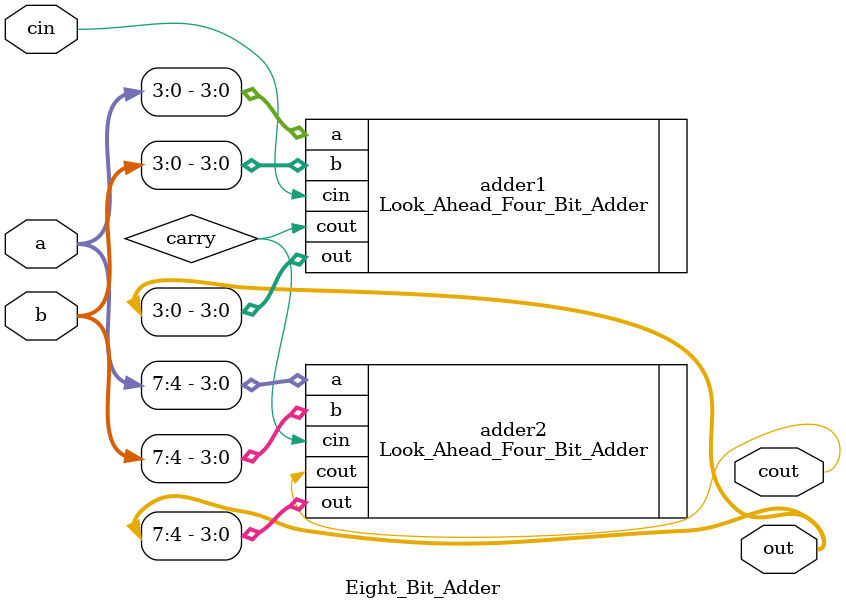
<source format=v>
module Eight_Bit_Adder (
	input [7:0] a,
	input [7:0] b,
	input cin,
	output [7:0] out,
	output cout
	);
	
	wire carry;
	
	Look_Ahead_Four_Bit_Adder adder1 (
		.a(a[3:0]),
		.b(b[3:0]),
		.cin(cin),
		.out(out[3:0]),
		.cout(carry)
	);
	
	Look_Ahead_Four_Bit_Adder adder2 (
		.a(a[7:4]),
		.b(b[7:4]),
		.cin(carry),
		.out(out[7:4]),
		.cout(cout)
	);
	
endmodule
</source>
